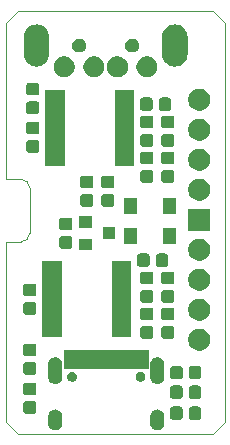
<source format=gbr>
G04 #@! TF.GenerationSoftware,KiCad,Pcbnew,(5.1.5)-3*
G04 #@! TF.CreationDate,2023-06-21T22:09:46+02:00*
G04 #@! TF.ProjectId,vkm,766b6d2e-6b69-4636-9164-5f7063625858,C*
G04 #@! TF.SameCoordinates,PX4395450PY715d7c0*
G04 #@! TF.FileFunction,Soldermask,Top*
G04 #@! TF.FilePolarity,Negative*
%FSLAX46Y46*%
G04 Gerber Fmt 4.6, Leading zero omitted, Abs format (unit mm)*
G04 Created by KiCad (PCBNEW (5.1.5)-3) date 2023-06-21 22:09:46*
%MOMM*%
%LPD*%
G04 APERTURE LIST*
%ADD10C,0.050000*%
%ADD11C,0.020000*%
G04 APERTURE END LIST*
D10*
X1016000Y37338000D02*
X0Y36322000D01*
X17526000Y37338000D02*
X18542000Y36322000D01*
X17526000Y1524000D02*
X18542000Y2540000D01*
X0Y2540000D02*
X1016000Y1524000D01*
X0Y17780000D02*
X0Y2540000D01*
X0Y23114000D02*
X0Y36322000D01*
X2032000Y18542000D02*
G75*
G02X1270000Y17780000I-762000J0D01*
G01*
X1270000Y23114000D02*
G75*
G02X2032000Y22352000I0J-762000D01*
G01*
X2032000Y18542000D02*
X2032000Y22352000D01*
X1270000Y17780000D02*
X0Y17780000D01*
X1270000Y23114000D02*
X0Y23114000D01*
X17526000Y37338000D02*
X1016000Y37338000D01*
X18542000Y2540000D02*
X18542000Y36322000D01*
X1016000Y1524000D02*
X17526000Y1524000D01*
D11*
G36*
X4304444Y3607379D02*
G01*
X4415452Y3573705D01*
X4415454Y3573704D01*
X4517754Y3519023D01*
X4517755Y3519022D01*
X4517757Y3519021D01*
X4607430Y3445430D01*
X4681021Y3355758D01*
X4681022Y3355756D01*
X4681023Y3355755D01*
X4733221Y3258100D01*
X4735705Y3253453D01*
X4769379Y3142445D01*
X4777900Y3055927D01*
X4777900Y2398073D01*
X4769379Y2311555D01*
X4735705Y2200547D01*
X4681021Y2098242D01*
X4607430Y2008570D01*
X4517758Y1934979D01*
X4517756Y1934978D01*
X4517755Y1934977D01*
X4415455Y1880296D01*
X4415453Y1880295D01*
X4304445Y1846621D01*
X4189000Y1835251D01*
X4073556Y1846621D01*
X3962548Y1880295D01*
X3962546Y1880296D01*
X3860246Y1934977D01*
X3860245Y1934978D01*
X3860243Y1934979D01*
X3770571Y2008570D01*
X3696977Y2098245D01*
X3642296Y2200545D01*
X3608621Y2311555D01*
X3600100Y2398073D01*
X3600100Y3055926D01*
X3608621Y3142444D01*
X3642296Y3253454D01*
X3696977Y3355754D01*
X3712832Y3375074D01*
X3770570Y3445430D01*
X3860242Y3519021D01*
X3860244Y3519022D01*
X3860245Y3519023D01*
X3962545Y3573704D01*
X3962547Y3573705D01*
X4073555Y3607379D01*
X4189000Y3618749D01*
X4304444Y3607379D01*
G37*
G36*
X12944444Y3607379D02*
G01*
X13055452Y3573705D01*
X13055454Y3573704D01*
X13157754Y3519023D01*
X13157755Y3519022D01*
X13157757Y3519021D01*
X13247430Y3445430D01*
X13321021Y3355758D01*
X13321022Y3355756D01*
X13321023Y3355755D01*
X13373221Y3258100D01*
X13375705Y3253453D01*
X13409379Y3142445D01*
X13417900Y3055927D01*
X13417900Y2398073D01*
X13409379Y2311555D01*
X13375705Y2200547D01*
X13321021Y2098242D01*
X13247430Y2008570D01*
X13157758Y1934979D01*
X13157756Y1934978D01*
X13157755Y1934977D01*
X13055455Y1880296D01*
X13055453Y1880295D01*
X12944445Y1846621D01*
X12829000Y1835251D01*
X12713556Y1846621D01*
X12602548Y1880295D01*
X12602546Y1880296D01*
X12500246Y1934977D01*
X12500245Y1934978D01*
X12500243Y1934979D01*
X12410571Y2008570D01*
X12336977Y2098245D01*
X12282296Y2200545D01*
X12248621Y2311555D01*
X12240100Y2398073D01*
X12240100Y3055926D01*
X12248621Y3142444D01*
X12282296Y3253454D01*
X12336977Y3355754D01*
X12352832Y3375074D01*
X12410570Y3445430D01*
X12500242Y3519021D01*
X12500244Y3519022D01*
X12500245Y3519023D01*
X12602545Y3573704D01*
X12602547Y3573705D01*
X12713555Y3607379D01*
X12829000Y3618749D01*
X12944444Y3607379D01*
G37*
G36*
X14784895Y3861059D02*
G01*
X14830058Y3847358D01*
X14871684Y3825109D01*
X14908168Y3795168D01*
X14938109Y3758684D01*
X14960358Y3717058D01*
X14974059Y3671895D01*
X14978900Y3622741D01*
X14978900Y2981259D01*
X14974059Y2932105D01*
X14960358Y2886942D01*
X14938109Y2845316D01*
X14908168Y2808832D01*
X14871684Y2778891D01*
X14830058Y2756642D01*
X14784895Y2742941D01*
X14735741Y2738100D01*
X14169259Y2738100D01*
X14120105Y2742941D01*
X14074942Y2756642D01*
X14033316Y2778891D01*
X13996832Y2808832D01*
X13966891Y2845316D01*
X13944642Y2886942D01*
X13930941Y2932105D01*
X13926100Y2981259D01*
X13926100Y3622741D01*
X13930941Y3671895D01*
X13944642Y3717058D01*
X13966891Y3758684D01*
X13996832Y3795168D01*
X14033316Y3825109D01*
X14074942Y3847358D01*
X14120105Y3861059D01*
X14169259Y3865900D01*
X14735741Y3865900D01*
X14784895Y3861059D01*
G37*
G36*
X16359895Y3861059D02*
G01*
X16405058Y3847358D01*
X16446684Y3825109D01*
X16483168Y3795168D01*
X16513109Y3758684D01*
X16535358Y3717058D01*
X16549059Y3671895D01*
X16553900Y3622741D01*
X16553900Y2981259D01*
X16549059Y2932105D01*
X16535358Y2886942D01*
X16513109Y2845316D01*
X16483168Y2808832D01*
X16446684Y2778891D01*
X16405058Y2756642D01*
X16359895Y2742941D01*
X16310741Y2738100D01*
X15744259Y2738100D01*
X15695105Y2742941D01*
X15649942Y2756642D01*
X15608316Y2778891D01*
X15571832Y2808832D01*
X15541891Y2845316D01*
X15519642Y2886942D01*
X15505941Y2932105D01*
X15501100Y2981259D01*
X15501100Y3622741D01*
X15505941Y3671895D01*
X15519642Y3717058D01*
X15541891Y3758684D01*
X15571832Y3795168D01*
X15608316Y3825109D01*
X15649942Y3847358D01*
X15695105Y3861059D01*
X15744259Y3865900D01*
X16310741Y3865900D01*
X16359895Y3861059D01*
G37*
G36*
X2401895Y4306059D02*
G01*
X2447058Y4292358D01*
X2488684Y4270109D01*
X2525168Y4240168D01*
X2555109Y4203684D01*
X2577358Y4162058D01*
X2591059Y4116895D01*
X2595900Y4067741D01*
X2595900Y3501259D01*
X2591059Y3452105D01*
X2577358Y3406942D01*
X2555109Y3365316D01*
X2525168Y3328832D01*
X2488684Y3298891D01*
X2447058Y3276642D01*
X2401895Y3262941D01*
X2352741Y3258100D01*
X1711259Y3258100D01*
X1662105Y3262941D01*
X1616942Y3276642D01*
X1575316Y3298891D01*
X1538832Y3328832D01*
X1508891Y3365316D01*
X1486642Y3406942D01*
X1472941Y3452105D01*
X1468100Y3501259D01*
X1468100Y4067741D01*
X1472941Y4116895D01*
X1486642Y4162058D01*
X1508891Y4203684D01*
X1538832Y4240168D01*
X1575316Y4270109D01*
X1616942Y4292358D01*
X1662105Y4306059D01*
X1711259Y4310900D01*
X2352741Y4310900D01*
X2401895Y4306059D01*
G37*
G36*
X16359895Y5639059D02*
G01*
X16405058Y5625358D01*
X16446684Y5603109D01*
X16483168Y5573168D01*
X16513109Y5536684D01*
X16535358Y5495058D01*
X16549059Y5449895D01*
X16553900Y5400741D01*
X16553900Y4759259D01*
X16549059Y4710105D01*
X16535358Y4664942D01*
X16513109Y4623316D01*
X16483168Y4586832D01*
X16446684Y4556891D01*
X16405058Y4534642D01*
X16359895Y4520941D01*
X16310741Y4516100D01*
X15744259Y4516100D01*
X15695105Y4520941D01*
X15649942Y4534642D01*
X15608316Y4556891D01*
X15571832Y4586832D01*
X15541891Y4623316D01*
X15519642Y4664942D01*
X15505941Y4710105D01*
X15501100Y4759259D01*
X15501100Y5400741D01*
X15505941Y5449895D01*
X15519642Y5495058D01*
X15541891Y5536684D01*
X15571832Y5573168D01*
X15608316Y5603109D01*
X15649942Y5625358D01*
X15695105Y5639059D01*
X15744259Y5643900D01*
X16310741Y5643900D01*
X16359895Y5639059D01*
G37*
G36*
X14784895Y5639059D02*
G01*
X14830058Y5625358D01*
X14871684Y5603109D01*
X14908168Y5573168D01*
X14938109Y5536684D01*
X14960358Y5495058D01*
X14974059Y5449895D01*
X14978900Y5400741D01*
X14978900Y4759259D01*
X14974059Y4710105D01*
X14960358Y4664942D01*
X14938109Y4623316D01*
X14908168Y4586832D01*
X14871684Y4556891D01*
X14830058Y4534642D01*
X14784895Y4520941D01*
X14735741Y4516100D01*
X14169259Y4516100D01*
X14120105Y4520941D01*
X14074942Y4534642D01*
X14033316Y4556891D01*
X13996832Y4586832D01*
X13966891Y4623316D01*
X13944642Y4664942D01*
X13930941Y4710105D01*
X13926100Y4759259D01*
X13926100Y5400741D01*
X13930941Y5449895D01*
X13944642Y5495058D01*
X13966891Y5536684D01*
X13996832Y5573168D01*
X14033316Y5603109D01*
X14074942Y5625358D01*
X14120105Y5639059D01*
X14169259Y5643900D01*
X14735741Y5643900D01*
X14784895Y5639059D01*
G37*
G36*
X2401895Y5881059D02*
G01*
X2447058Y5867358D01*
X2488684Y5845109D01*
X2525168Y5815168D01*
X2555109Y5778684D01*
X2577358Y5737058D01*
X2591059Y5691895D01*
X2595900Y5642741D01*
X2595900Y5076259D01*
X2591059Y5027105D01*
X2577358Y4981942D01*
X2555109Y4940316D01*
X2525168Y4903832D01*
X2488684Y4873891D01*
X2447058Y4851642D01*
X2401895Y4837941D01*
X2352741Y4833100D01*
X1711259Y4833100D01*
X1662105Y4837941D01*
X1616942Y4851642D01*
X1575316Y4873891D01*
X1538832Y4903832D01*
X1508891Y4940316D01*
X1486642Y4981942D01*
X1472941Y5027105D01*
X1468100Y5076259D01*
X1468100Y5642741D01*
X1472941Y5691895D01*
X1486642Y5737058D01*
X1508891Y5778684D01*
X1538832Y5815168D01*
X1575316Y5845109D01*
X1616942Y5867358D01*
X1662105Y5881059D01*
X1711259Y5885900D01*
X2352741Y5885900D01*
X2401895Y5881059D01*
G37*
G36*
X12944444Y8037379D02*
G01*
X13055452Y8003705D01*
X13055454Y8003704D01*
X13157754Y7949023D01*
X13157755Y7949022D01*
X13157757Y7949021D01*
X13247430Y7875430D01*
X13321021Y7785758D01*
X13321022Y7785756D01*
X13321023Y7785755D01*
X13375704Y7683455D01*
X13375705Y7683453D01*
X13409379Y7572445D01*
X13417900Y7485927D01*
X13417900Y6328073D01*
X13409379Y6241555D01*
X13375705Y6130547D01*
X13321021Y6028242D01*
X13247430Y5938570D01*
X13157758Y5864979D01*
X13157756Y5864978D01*
X13157755Y5864977D01*
X13113913Y5841543D01*
X13055453Y5810295D01*
X12944445Y5776621D01*
X12829000Y5765251D01*
X12713556Y5776621D01*
X12706755Y5778684D01*
X12602548Y5810295D01*
X12544088Y5841543D01*
X12500246Y5864977D01*
X12500245Y5864978D01*
X12500243Y5864979D01*
X12410571Y5938570D01*
X12336980Y6028242D01*
X12282296Y6130547D01*
X12248622Y6241555D01*
X12240101Y6328073D01*
X12240100Y7485926D01*
X12248621Y7572444D01*
X12282295Y7683452D01*
X12336979Y7785757D01*
X12410570Y7875430D01*
X12500242Y7949021D01*
X12500244Y7949022D01*
X12500245Y7949023D01*
X12602545Y8003704D01*
X12602547Y8003705D01*
X12713555Y8037379D01*
X12829000Y8048749D01*
X12944444Y8037379D01*
G37*
G36*
X4304444Y8037379D02*
G01*
X4415452Y8003705D01*
X4415454Y8003704D01*
X4517754Y7949023D01*
X4517755Y7949022D01*
X4517757Y7949021D01*
X4607430Y7875430D01*
X4681021Y7785758D01*
X4681022Y7785756D01*
X4681023Y7785755D01*
X4735704Y7683455D01*
X4735705Y7683453D01*
X4769379Y7572445D01*
X4777900Y7485927D01*
X4777900Y6328073D01*
X4769379Y6241555D01*
X4735705Y6130547D01*
X4681021Y6028242D01*
X4607430Y5938570D01*
X4517758Y5864979D01*
X4517756Y5864978D01*
X4517755Y5864977D01*
X4473913Y5841543D01*
X4415453Y5810295D01*
X4304445Y5776621D01*
X4189000Y5765251D01*
X4073556Y5776621D01*
X4066755Y5778684D01*
X3962548Y5810295D01*
X3904088Y5841543D01*
X3860246Y5864977D01*
X3860245Y5864978D01*
X3860243Y5864979D01*
X3770571Y5938570D01*
X3696980Y6028242D01*
X3642296Y6130547D01*
X3608622Y6241555D01*
X3600101Y6328073D01*
X3600100Y7485926D01*
X3608621Y7572444D01*
X3642295Y7683452D01*
X3696979Y7785757D01*
X3770570Y7875430D01*
X3860242Y7949021D01*
X3860244Y7949022D01*
X3860245Y7949023D01*
X3962545Y8003704D01*
X3962547Y8003705D01*
X4073555Y8037379D01*
X4189000Y8048749D01*
X4304444Y8037379D01*
G37*
G36*
X5679620Y6786951D02*
G01*
X5739728Y6774995D01*
X5739731Y6774994D01*
X5739730Y6774994D01*
X5815055Y6743794D01*
X5815056Y6743793D01*
X5882848Y6698496D01*
X5940496Y6640848D01*
X5940497Y6640846D01*
X5985794Y6573055D01*
X5991160Y6560100D01*
X6016995Y6497728D01*
X6032900Y6417765D01*
X6032900Y6336235D01*
X6016995Y6256272D01*
X6016994Y6256270D01*
X5985794Y6180945D01*
X5976543Y6167100D01*
X5940496Y6113152D01*
X5882848Y6055504D01*
X5848721Y6032701D01*
X5815055Y6010206D01*
X5756794Y5986074D01*
X5739728Y5979005D01*
X5679620Y5967049D01*
X5659766Y5963100D01*
X5578234Y5963100D01*
X5558380Y5967049D01*
X5498272Y5979005D01*
X5481206Y5986074D01*
X5422945Y6010206D01*
X5389279Y6032701D01*
X5355152Y6055504D01*
X5297504Y6113152D01*
X5261457Y6167100D01*
X5252206Y6180945D01*
X5221006Y6256270D01*
X5221005Y6256272D01*
X5205100Y6336235D01*
X5205100Y6417765D01*
X5221005Y6497728D01*
X5246840Y6560100D01*
X5252206Y6573055D01*
X5297503Y6640846D01*
X5297504Y6640848D01*
X5355152Y6698496D01*
X5422944Y6743793D01*
X5422945Y6743794D01*
X5498270Y6774994D01*
X5498269Y6774994D01*
X5498272Y6774995D01*
X5558380Y6786951D01*
X5578234Y6790900D01*
X5659766Y6790900D01*
X5679620Y6786951D01*
G37*
G36*
X11459620Y6786951D02*
G01*
X11519728Y6774995D01*
X11519731Y6774994D01*
X11519730Y6774994D01*
X11595055Y6743794D01*
X11595056Y6743793D01*
X11662848Y6698496D01*
X11720496Y6640848D01*
X11720497Y6640846D01*
X11765794Y6573055D01*
X11771160Y6560100D01*
X11796995Y6497728D01*
X11812900Y6417765D01*
X11812900Y6336235D01*
X11796995Y6256272D01*
X11796994Y6256270D01*
X11765794Y6180945D01*
X11756543Y6167100D01*
X11720496Y6113152D01*
X11662848Y6055504D01*
X11628721Y6032701D01*
X11595055Y6010206D01*
X11536794Y5986074D01*
X11519728Y5979005D01*
X11459620Y5967049D01*
X11439766Y5963100D01*
X11358234Y5963100D01*
X11338380Y5967049D01*
X11278272Y5979005D01*
X11261206Y5986074D01*
X11202945Y6010206D01*
X11169279Y6032701D01*
X11135152Y6055504D01*
X11077504Y6113152D01*
X11041457Y6167100D01*
X11032206Y6180945D01*
X11001006Y6256270D01*
X11001005Y6256272D01*
X10985100Y6336235D01*
X10985100Y6417765D01*
X11001005Y6497728D01*
X11026840Y6560100D01*
X11032206Y6573055D01*
X11077503Y6640846D01*
X11077504Y6640848D01*
X11135152Y6698496D01*
X11202944Y6743793D01*
X11202945Y6743794D01*
X11278270Y6774994D01*
X11278269Y6774994D01*
X11278272Y6774995D01*
X11338380Y6786951D01*
X11358234Y6790900D01*
X11439766Y6790900D01*
X11459620Y6786951D01*
G37*
G36*
X16359895Y7290059D02*
G01*
X16405058Y7276358D01*
X16446684Y7254109D01*
X16483168Y7224168D01*
X16513109Y7187684D01*
X16535358Y7146058D01*
X16549059Y7100895D01*
X16553900Y7051741D01*
X16553900Y6410259D01*
X16549059Y6361105D01*
X16535358Y6315942D01*
X16513109Y6274316D01*
X16483168Y6237832D01*
X16446684Y6207891D01*
X16405058Y6185642D01*
X16359895Y6171941D01*
X16310741Y6167100D01*
X15744259Y6167100D01*
X15695105Y6171941D01*
X15649942Y6185642D01*
X15608316Y6207891D01*
X15571832Y6237832D01*
X15541891Y6274316D01*
X15519642Y6315942D01*
X15505941Y6361105D01*
X15501100Y6410259D01*
X15501100Y7051741D01*
X15505941Y7100895D01*
X15519642Y7146058D01*
X15541891Y7187684D01*
X15571832Y7224168D01*
X15608316Y7254109D01*
X15649942Y7276358D01*
X15695105Y7290059D01*
X15744259Y7294900D01*
X16310741Y7294900D01*
X16359895Y7290059D01*
G37*
G36*
X14784895Y7290059D02*
G01*
X14830058Y7276358D01*
X14871684Y7254109D01*
X14908168Y7224168D01*
X14938109Y7187684D01*
X14960358Y7146058D01*
X14974059Y7100895D01*
X14978900Y7051741D01*
X14978900Y6410259D01*
X14974059Y6361105D01*
X14960358Y6315942D01*
X14938109Y6274316D01*
X14908168Y6237832D01*
X14871684Y6207891D01*
X14830058Y6185642D01*
X14784895Y6171941D01*
X14735741Y6167100D01*
X14169259Y6167100D01*
X14120105Y6171941D01*
X14074942Y6185642D01*
X14033316Y6207891D01*
X13996832Y6237832D01*
X13966891Y6274316D01*
X13944642Y6315942D01*
X13930941Y6361105D01*
X13926100Y6410259D01*
X13926100Y7051741D01*
X13930941Y7100895D01*
X13944642Y7146058D01*
X13966891Y7187684D01*
X13996832Y7224168D01*
X14033316Y7254109D01*
X14074942Y7276358D01*
X14120105Y7290059D01*
X14169259Y7294900D01*
X14735741Y7294900D01*
X14784895Y7290059D01*
G37*
G36*
X2401895Y7608059D02*
G01*
X2447058Y7594358D01*
X2488684Y7572109D01*
X2525168Y7542168D01*
X2555109Y7505684D01*
X2577358Y7464058D01*
X2591059Y7418895D01*
X2595900Y7369741D01*
X2595900Y6803259D01*
X2591059Y6754105D01*
X2577358Y6708942D01*
X2555109Y6667316D01*
X2525168Y6630832D01*
X2488684Y6600891D01*
X2447058Y6578642D01*
X2401895Y6564941D01*
X2352741Y6560100D01*
X1711259Y6560100D01*
X1662105Y6564941D01*
X1616942Y6578642D01*
X1575316Y6600891D01*
X1538832Y6630832D01*
X1508891Y6667316D01*
X1486642Y6708942D01*
X1472941Y6754105D01*
X1468100Y6803259D01*
X1468100Y7369741D01*
X1472941Y7418895D01*
X1486642Y7464058D01*
X1508891Y7505684D01*
X1538832Y7542168D01*
X1575316Y7572109D01*
X1616942Y7594358D01*
X1662105Y7608059D01*
X1711259Y7612900D01*
X2352741Y7612900D01*
X2401895Y7608059D01*
G37*
G36*
X12122900Y7008100D02*
G01*
X4895100Y7008100D01*
X4895100Y8635900D01*
X12122900Y8635900D01*
X12122900Y7008100D01*
G37*
G36*
X2401895Y9183059D02*
G01*
X2447058Y9169358D01*
X2488684Y9147109D01*
X2525168Y9117168D01*
X2555109Y9080684D01*
X2577358Y9039058D01*
X2591059Y8993895D01*
X2595900Y8944741D01*
X2595900Y8378259D01*
X2591059Y8329105D01*
X2577358Y8283942D01*
X2555109Y8242316D01*
X2525168Y8205832D01*
X2488684Y8175891D01*
X2447058Y8153642D01*
X2401895Y8139941D01*
X2352741Y8135100D01*
X1711259Y8135100D01*
X1662105Y8139941D01*
X1616942Y8153642D01*
X1575316Y8175891D01*
X1538832Y8205832D01*
X1508891Y8242316D01*
X1486642Y8283942D01*
X1472941Y8329105D01*
X1468100Y8378259D01*
X1468100Y8944741D01*
X1472941Y8993895D01*
X1486642Y9039058D01*
X1508891Y9080684D01*
X1538832Y9117168D01*
X1575316Y9147109D01*
X1616942Y9169358D01*
X1662105Y9183059D01*
X1711259Y9187900D01*
X2352741Y9187900D01*
X2401895Y9183059D01*
G37*
G36*
X16656867Y10427819D02*
G01*
X16827736Y10357042D01*
X16981514Y10254291D01*
X17112291Y10123514D01*
X17215042Y9969736D01*
X17285819Y9798867D01*
X17321900Y9617474D01*
X17321900Y9432526D01*
X17285819Y9251133D01*
X17215042Y9080264D01*
X17112291Y8926486D01*
X16981514Y8795709D01*
X16827736Y8692958D01*
X16656867Y8622181D01*
X16475474Y8586100D01*
X16290526Y8586100D01*
X16109133Y8622181D01*
X15938264Y8692958D01*
X15784486Y8795709D01*
X15653709Y8926486D01*
X15550958Y9080264D01*
X15480181Y9251133D01*
X15444100Y9432526D01*
X15444100Y9617474D01*
X15480181Y9798867D01*
X15550958Y9969736D01*
X15653709Y10123514D01*
X15784486Y10254291D01*
X15938264Y10357042D01*
X16109133Y10427819D01*
X16290526Y10463900D01*
X16475474Y10463900D01*
X16656867Y10427819D01*
G37*
G36*
X14085895Y10656059D02*
G01*
X14131058Y10642358D01*
X14172684Y10620109D01*
X14209168Y10590168D01*
X14239109Y10553684D01*
X14261358Y10512058D01*
X14275059Y10466895D01*
X14279900Y10417741D01*
X14279900Y9851259D01*
X14275059Y9802105D01*
X14261358Y9756942D01*
X14239109Y9715316D01*
X14209168Y9678832D01*
X14172684Y9648891D01*
X14131058Y9626642D01*
X14085895Y9612941D01*
X14036741Y9608100D01*
X13395259Y9608100D01*
X13346105Y9612941D01*
X13300942Y9626642D01*
X13259316Y9648891D01*
X13222832Y9678832D01*
X13192891Y9715316D01*
X13170642Y9756942D01*
X13156941Y9802105D01*
X13152100Y9851259D01*
X13152100Y10417741D01*
X13156941Y10466895D01*
X13170642Y10512058D01*
X13192891Y10553684D01*
X13222832Y10590168D01*
X13259316Y10620109D01*
X13300942Y10642358D01*
X13346105Y10656059D01*
X13395259Y10660900D01*
X14036741Y10660900D01*
X14085895Y10656059D01*
G37*
G36*
X12307895Y10656059D02*
G01*
X12353058Y10642358D01*
X12394684Y10620109D01*
X12431168Y10590168D01*
X12461109Y10553684D01*
X12483358Y10512058D01*
X12497059Y10466895D01*
X12501900Y10417741D01*
X12501900Y9851259D01*
X12497059Y9802105D01*
X12483358Y9756942D01*
X12461109Y9715316D01*
X12431168Y9678832D01*
X12394684Y9648891D01*
X12353058Y9626642D01*
X12307895Y9612941D01*
X12258741Y9608100D01*
X11617259Y9608100D01*
X11568105Y9612941D01*
X11522942Y9626642D01*
X11481316Y9648891D01*
X11444832Y9678832D01*
X11414891Y9715316D01*
X11392642Y9756942D01*
X11378941Y9802105D01*
X11374100Y9851259D01*
X11374100Y10417741D01*
X11378941Y10466895D01*
X11392642Y10512058D01*
X11414891Y10553684D01*
X11444832Y10590168D01*
X11481316Y10620109D01*
X11522942Y10642358D01*
X11568105Y10656059D01*
X11617259Y10660900D01*
X12258741Y10660900D01*
X12307895Y10656059D01*
G37*
G36*
X4721900Y9715100D02*
G01*
X3094100Y9715100D01*
X3094100Y16192900D01*
X4721900Y16192900D01*
X4721900Y9715100D01*
G37*
G36*
X10621900Y9715100D02*
G01*
X8994100Y9715100D01*
X8994100Y16192900D01*
X10621900Y16192900D01*
X10621900Y9715100D01*
G37*
G36*
X16656867Y12967819D02*
G01*
X16827736Y12897042D01*
X16981514Y12794291D01*
X17112291Y12663514D01*
X17215042Y12509736D01*
X17285819Y12338867D01*
X17321900Y12157474D01*
X17321900Y11972526D01*
X17285819Y11791133D01*
X17215042Y11620264D01*
X17112291Y11466486D01*
X16981514Y11335709D01*
X16827736Y11232958D01*
X16656867Y11162181D01*
X16475474Y11126100D01*
X16290526Y11126100D01*
X16109133Y11162181D01*
X15938264Y11232958D01*
X15784486Y11335709D01*
X15653709Y11466486D01*
X15550958Y11620264D01*
X15480181Y11791133D01*
X15444100Y11972526D01*
X15444100Y12157474D01*
X15480181Y12338867D01*
X15550958Y12509736D01*
X15653709Y12663514D01*
X15784486Y12794291D01*
X15938264Y12897042D01*
X16109133Y12967819D01*
X16290526Y13003900D01*
X16475474Y13003900D01*
X16656867Y12967819D01*
G37*
G36*
X12307895Y12231059D02*
G01*
X12353058Y12217358D01*
X12394684Y12195109D01*
X12431168Y12165168D01*
X12461109Y12128684D01*
X12483358Y12087058D01*
X12497059Y12041895D01*
X12501900Y11992741D01*
X12501900Y11426259D01*
X12497059Y11377105D01*
X12483358Y11331942D01*
X12461109Y11290316D01*
X12431168Y11253832D01*
X12394684Y11223891D01*
X12353058Y11201642D01*
X12307895Y11187941D01*
X12258741Y11183100D01*
X11617259Y11183100D01*
X11568105Y11187941D01*
X11522942Y11201642D01*
X11481316Y11223891D01*
X11444832Y11253832D01*
X11414891Y11290316D01*
X11392642Y11331942D01*
X11378941Y11377105D01*
X11374100Y11426259D01*
X11374100Y11992741D01*
X11378941Y12041895D01*
X11392642Y12087058D01*
X11414891Y12128684D01*
X11444832Y12165168D01*
X11481316Y12195109D01*
X11522942Y12217358D01*
X11568105Y12231059D01*
X11617259Y12235900D01*
X12258741Y12235900D01*
X12307895Y12231059D01*
G37*
G36*
X14085895Y12231059D02*
G01*
X14131058Y12217358D01*
X14172684Y12195109D01*
X14209168Y12165168D01*
X14239109Y12128684D01*
X14261358Y12087058D01*
X14275059Y12041895D01*
X14279900Y11992741D01*
X14279900Y11426259D01*
X14275059Y11377105D01*
X14261358Y11331942D01*
X14239109Y11290316D01*
X14209168Y11253832D01*
X14172684Y11223891D01*
X14131058Y11201642D01*
X14085895Y11187941D01*
X14036741Y11183100D01*
X13395259Y11183100D01*
X13346105Y11187941D01*
X13300942Y11201642D01*
X13259316Y11223891D01*
X13222832Y11253832D01*
X13192891Y11290316D01*
X13170642Y11331942D01*
X13156941Y11377105D01*
X13152100Y11426259D01*
X13152100Y11992741D01*
X13156941Y12041895D01*
X13170642Y12087058D01*
X13192891Y12128684D01*
X13222832Y12165168D01*
X13259316Y12195109D01*
X13300942Y12217358D01*
X13346105Y12231059D01*
X13395259Y12235900D01*
X14036741Y12235900D01*
X14085895Y12231059D01*
G37*
G36*
X2401895Y12688059D02*
G01*
X2447058Y12674358D01*
X2488684Y12652109D01*
X2525168Y12622168D01*
X2555109Y12585684D01*
X2577358Y12544058D01*
X2591059Y12498895D01*
X2595900Y12449741D01*
X2595900Y11883259D01*
X2591059Y11834105D01*
X2577358Y11788942D01*
X2555109Y11747316D01*
X2525168Y11710832D01*
X2488684Y11680891D01*
X2447058Y11658642D01*
X2401895Y11644941D01*
X2352741Y11640100D01*
X1711259Y11640100D01*
X1662105Y11644941D01*
X1616942Y11658642D01*
X1575316Y11680891D01*
X1538832Y11710832D01*
X1508891Y11747316D01*
X1486642Y11788942D01*
X1472941Y11834105D01*
X1468100Y11883259D01*
X1468100Y12449741D01*
X1472941Y12498895D01*
X1486642Y12544058D01*
X1508891Y12585684D01*
X1538832Y12622168D01*
X1575316Y12652109D01*
X1616942Y12674358D01*
X1662105Y12688059D01*
X1711259Y12692900D01*
X2352741Y12692900D01*
X2401895Y12688059D01*
G37*
G36*
X14085895Y13704059D02*
G01*
X14131058Y13690358D01*
X14172684Y13668109D01*
X14209168Y13638168D01*
X14239109Y13601684D01*
X14261358Y13560058D01*
X14275059Y13514895D01*
X14279900Y13465741D01*
X14279900Y12899259D01*
X14275059Y12850105D01*
X14261358Y12804942D01*
X14239109Y12763316D01*
X14209168Y12726832D01*
X14172684Y12696891D01*
X14131058Y12674642D01*
X14085895Y12660941D01*
X14036741Y12656100D01*
X13395259Y12656100D01*
X13346105Y12660941D01*
X13300942Y12674642D01*
X13259316Y12696891D01*
X13222832Y12726832D01*
X13192891Y12763316D01*
X13170642Y12804942D01*
X13156941Y12850105D01*
X13152100Y12899259D01*
X13152100Y13465741D01*
X13156941Y13514895D01*
X13170642Y13560058D01*
X13192891Y13601684D01*
X13222832Y13638168D01*
X13259316Y13668109D01*
X13300942Y13690358D01*
X13346105Y13704059D01*
X13395259Y13708900D01*
X14036741Y13708900D01*
X14085895Y13704059D01*
G37*
G36*
X12307895Y13704059D02*
G01*
X12353058Y13690358D01*
X12394684Y13668109D01*
X12431168Y13638168D01*
X12461109Y13601684D01*
X12483358Y13560058D01*
X12497059Y13514895D01*
X12501900Y13465741D01*
X12501900Y12899259D01*
X12497059Y12850105D01*
X12483358Y12804942D01*
X12461109Y12763316D01*
X12431168Y12726832D01*
X12394684Y12696891D01*
X12353058Y12674642D01*
X12307895Y12660941D01*
X12258741Y12656100D01*
X11617259Y12656100D01*
X11568105Y12660941D01*
X11522942Y12674642D01*
X11481316Y12696891D01*
X11444832Y12726832D01*
X11414891Y12763316D01*
X11392642Y12804942D01*
X11378941Y12850105D01*
X11374100Y12899259D01*
X11374100Y13465741D01*
X11378941Y13514895D01*
X11392642Y13560058D01*
X11414891Y13601684D01*
X11444832Y13638168D01*
X11481316Y13668109D01*
X11522942Y13690358D01*
X11568105Y13704059D01*
X11617259Y13708900D01*
X12258741Y13708900D01*
X12307895Y13704059D01*
G37*
G36*
X2401895Y14263059D02*
G01*
X2447058Y14249358D01*
X2488684Y14227109D01*
X2525168Y14197168D01*
X2555109Y14160684D01*
X2577358Y14119058D01*
X2591059Y14073895D01*
X2595900Y14024741D01*
X2595900Y13458259D01*
X2591059Y13409105D01*
X2577358Y13363942D01*
X2555109Y13322316D01*
X2525168Y13285832D01*
X2488684Y13255891D01*
X2447058Y13233642D01*
X2401895Y13219941D01*
X2352741Y13215100D01*
X1711259Y13215100D01*
X1662105Y13219941D01*
X1616942Y13233642D01*
X1575316Y13255891D01*
X1538832Y13285832D01*
X1508891Y13322316D01*
X1486642Y13363942D01*
X1472941Y13409105D01*
X1468100Y13458259D01*
X1468100Y14024741D01*
X1472941Y14073895D01*
X1486642Y14119058D01*
X1508891Y14160684D01*
X1538832Y14197168D01*
X1575316Y14227109D01*
X1616942Y14249358D01*
X1662105Y14263059D01*
X1711259Y14267900D01*
X2352741Y14267900D01*
X2401895Y14263059D01*
G37*
G36*
X16656867Y15507819D02*
G01*
X16827736Y15437042D01*
X16981514Y15334291D01*
X17112291Y15203514D01*
X17215042Y15049736D01*
X17285819Y14878867D01*
X17321900Y14697474D01*
X17321900Y14512526D01*
X17285819Y14331133D01*
X17215042Y14160264D01*
X17112291Y14006486D01*
X16981514Y13875709D01*
X16827736Y13772958D01*
X16656867Y13702181D01*
X16475474Y13666100D01*
X16290526Y13666100D01*
X16109133Y13702181D01*
X15938264Y13772958D01*
X15784486Y13875709D01*
X15653709Y14006486D01*
X15550958Y14160264D01*
X15480181Y14331133D01*
X15444100Y14512526D01*
X15444100Y14697474D01*
X15480181Y14878867D01*
X15550958Y15049736D01*
X15653709Y15203514D01*
X15784486Y15334291D01*
X15938264Y15437042D01*
X16109133Y15507819D01*
X16290526Y15543900D01*
X16475474Y15543900D01*
X16656867Y15507819D01*
G37*
G36*
X14085895Y15279059D02*
G01*
X14131058Y15265358D01*
X14172684Y15243109D01*
X14209168Y15213168D01*
X14239109Y15176684D01*
X14261358Y15135058D01*
X14275059Y15089895D01*
X14279900Y15040741D01*
X14279900Y14474259D01*
X14275059Y14425105D01*
X14261358Y14379942D01*
X14239109Y14338316D01*
X14209168Y14301832D01*
X14172684Y14271891D01*
X14131058Y14249642D01*
X14085895Y14235941D01*
X14036741Y14231100D01*
X13395259Y14231100D01*
X13346105Y14235941D01*
X13300942Y14249642D01*
X13259316Y14271891D01*
X13222832Y14301832D01*
X13192891Y14338316D01*
X13170642Y14379942D01*
X13156941Y14425105D01*
X13152100Y14474259D01*
X13152100Y15040741D01*
X13156941Y15089895D01*
X13170642Y15135058D01*
X13192891Y15176684D01*
X13222832Y15213168D01*
X13259316Y15243109D01*
X13300942Y15265358D01*
X13346105Y15279059D01*
X13395259Y15283900D01*
X14036741Y15283900D01*
X14085895Y15279059D01*
G37*
G36*
X12307895Y15279059D02*
G01*
X12353058Y15265358D01*
X12394684Y15243109D01*
X12431168Y15213168D01*
X12461109Y15176684D01*
X12483358Y15135058D01*
X12497059Y15089895D01*
X12501900Y15040741D01*
X12501900Y14474259D01*
X12497059Y14425105D01*
X12483358Y14379942D01*
X12461109Y14338316D01*
X12431168Y14301832D01*
X12394684Y14271891D01*
X12353058Y14249642D01*
X12307895Y14235941D01*
X12258741Y14231100D01*
X11617259Y14231100D01*
X11568105Y14235941D01*
X11522942Y14249642D01*
X11481316Y14271891D01*
X11444832Y14301832D01*
X11414891Y14338316D01*
X11392642Y14379942D01*
X11378941Y14425105D01*
X11374100Y14474259D01*
X11374100Y15040741D01*
X11378941Y15089895D01*
X11392642Y15135058D01*
X11414891Y15176684D01*
X11444832Y15213168D01*
X11481316Y15243109D01*
X11522942Y15265358D01*
X11568105Y15279059D01*
X11617259Y15283900D01*
X12258741Y15283900D01*
X12307895Y15279059D01*
G37*
G36*
X13565895Y16815059D02*
G01*
X13611058Y16801358D01*
X13652684Y16779109D01*
X13689168Y16749168D01*
X13719109Y16712684D01*
X13741358Y16671058D01*
X13755059Y16625895D01*
X13759900Y16576741D01*
X13759900Y15935259D01*
X13755059Y15886105D01*
X13741358Y15840942D01*
X13719109Y15799316D01*
X13689168Y15762832D01*
X13652684Y15732891D01*
X13611058Y15710642D01*
X13565895Y15696941D01*
X13516741Y15692100D01*
X12950259Y15692100D01*
X12901105Y15696941D01*
X12855942Y15710642D01*
X12814316Y15732891D01*
X12777832Y15762832D01*
X12747891Y15799316D01*
X12725642Y15840942D01*
X12711941Y15886105D01*
X12707100Y15935259D01*
X12707100Y16576741D01*
X12711941Y16625895D01*
X12725642Y16671058D01*
X12747891Y16712684D01*
X12777832Y16749168D01*
X12814316Y16779109D01*
X12855942Y16801358D01*
X12901105Y16815059D01*
X12950259Y16819900D01*
X13516741Y16819900D01*
X13565895Y16815059D01*
G37*
G36*
X11990895Y16815059D02*
G01*
X12036058Y16801358D01*
X12077684Y16779109D01*
X12114168Y16749168D01*
X12144109Y16712684D01*
X12166358Y16671058D01*
X12180059Y16625895D01*
X12184900Y16576741D01*
X12184900Y15935259D01*
X12180059Y15886105D01*
X12166358Y15840942D01*
X12144109Y15799316D01*
X12114168Y15762832D01*
X12077684Y15732891D01*
X12036058Y15710642D01*
X11990895Y15696941D01*
X11941741Y15692100D01*
X11375259Y15692100D01*
X11326105Y15696941D01*
X11280942Y15710642D01*
X11239316Y15732891D01*
X11202832Y15762832D01*
X11172891Y15799316D01*
X11150642Y15840942D01*
X11136941Y15886105D01*
X11132100Y15935259D01*
X11132100Y16576741D01*
X11136941Y16625895D01*
X11150642Y16671058D01*
X11172891Y16712684D01*
X11202832Y16749168D01*
X11239316Y16779109D01*
X11280942Y16801358D01*
X11326105Y16815059D01*
X11375259Y16819900D01*
X11941741Y16819900D01*
X11990895Y16815059D01*
G37*
G36*
X16656867Y18047819D02*
G01*
X16827736Y17977042D01*
X16981514Y17874291D01*
X17112291Y17743514D01*
X17215042Y17589736D01*
X17285819Y17418867D01*
X17321900Y17237474D01*
X17321900Y17052526D01*
X17285819Y16871133D01*
X17215042Y16700264D01*
X17112291Y16546486D01*
X16981514Y16415709D01*
X16827736Y16312958D01*
X16656867Y16242181D01*
X16475474Y16206100D01*
X16290526Y16206100D01*
X16109133Y16242181D01*
X15938264Y16312958D01*
X15784486Y16415709D01*
X15653709Y16546486D01*
X15550958Y16700264D01*
X15480181Y16871133D01*
X15444100Y17052526D01*
X15444100Y17237474D01*
X15480181Y17418867D01*
X15550958Y17589736D01*
X15653709Y17743514D01*
X15784486Y17874291D01*
X15938264Y17977042D01*
X16109133Y18047819D01*
X16290526Y18083900D01*
X16475474Y18083900D01*
X16656867Y18047819D01*
G37*
G36*
X7285900Y17103100D02*
G01*
X6208100Y17103100D01*
X6208100Y18080900D01*
X7285900Y18080900D01*
X7285900Y17103100D01*
G37*
G36*
X5449895Y18276059D02*
G01*
X5495058Y18262358D01*
X5536684Y18240109D01*
X5573168Y18210168D01*
X5603109Y18173684D01*
X5625358Y18132058D01*
X5639059Y18086895D01*
X5643900Y18037741D01*
X5643900Y17471259D01*
X5639059Y17422105D01*
X5625358Y17376942D01*
X5603109Y17335316D01*
X5573168Y17298832D01*
X5536684Y17268891D01*
X5495058Y17246642D01*
X5449895Y17232941D01*
X5400741Y17228100D01*
X4759259Y17228100D01*
X4710105Y17232941D01*
X4664942Y17246642D01*
X4623316Y17268891D01*
X4586832Y17298832D01*
X4556891Y17335316D01*
X4534642Y17376942D01*
X4520941Y17422105D01*
X4516100Y17471259D01*
X4516100Y18037741D01*
X4520941Y18086895D01*
X4534642Y18132058D01*
X4556891Y18173684D01*
X4586832Y18210168D01*
X4623316Y18240109D01*
X4664942Y18262358D01*
X4710105Y18276059D01*
X4759259Y18280900D01*
X5400741Y18280900D01*
X5449895Y18276059D01*
G37*
G36*
X14380900Y17599100D02*
G01*
X13303100Y17599100D01*
X13303100Y18976900D01*
X14380900Y18976900D01*
X14380900Y17599100D01*
G37*
G36*
X11080900Y17599100D02*
G01*
X10003100Y17599100D01*
X10003100Y18976900D01*
X11080900Y18976900D01*
X11080900Y17599100D01*
G37*
G36*
X9285900Y18053100D02*
G01*
X8208100Y18053100D01*
X8208100Y19030900D01*
X9285900Y19030900D01*
X9285900Y18053100D01*
G37*
G36*
X17321900Y18746100D02*
G01*
X15444100Y18746100D01*
X15444100Y20623900D01*
X17321900Y20623900D01*
X17321900Y18746100D01*
G37*
G36*
X5449895Y19851059D02*
G01*
X5495058Y19837358D01*
X5536684Y19815109D01*
X5573168Y19785168D01*
X5603109Y19748684D01*
X5625358Y19707058D01*
X5639059Y19661895D01*
X5643900Y19612741D01*
X5643900Y19046259D01*
X5639059Y18997105D01*
X5625358Y18951942D01*
X5603109Y18910316D01*
X5573168Y18873832D01*
X5536684Y18843891D01*
X5495058Y18821642D01*
X5449895Y18807941D01*
X5400741Y18803100D01*
X4759259Y18803100D01*
X4710105Y18807941D01*
X4664942Y18821642D01*
X4623316Y18843891D01*
X4586832Y18873832D01*
X4556891Y18910316D01*
X4534642Y18951942D01*
X4520941Y18997105D01*
X4516100Y19046259D01*
X4516100Y19612741D01*
X4520941Y19661895D01*
X4534642Y19707058D01*
X4556891Y19748684D01*
X4586832Y19785168D01*
X4623316Y19815109D01*
X4664942Y19837358D01*
X4710105Y19851059D01*
X4759259Y19855900D01*
X5400741Y19855900D01*
X5449895Y19851059D01*
G37*
G36*
X7285900Y19003100D02*
G01*
X6208100Y19003100D01*
X6208100Y19980900D01*
X7285900Y19980900D01*
X7285900Y19003100D01*
G37*
G36*
X14380900Y20139100D02*
G01*
X13303100Y20139100D01*
X13303100Y21516900D01*
X14380900Y21516900D01*
X14380900Y20139100D01*
G37*
G36*
X11080900Y20139100D02*
G01*
X10003100Y20139100D01*
X10003100Y21516900D01*
X11080900Y21516900D01*
X11080900Y20139100D01*
G37*
G36*
X7227895Y21832059D02*
G01*
X7273058Y21818358D01*
X7314684Y21796109D01*
X7351168Y21766168D01*
X7381109Y21729684D01*
X7403358Y21688058D01*
X7417059Y21642895D01*
X7421900Y21593741D01*
X7421900Y21027259D01*
X7417059Y20978105D01*
X7403358Y20932942D01*
X7381109Y20891316D01*
X7351168Y20854832D01*
X7314684Y20824891D01*
X7273058Y20802642D01*
X7227895Y20788941D01*
X7178741Y20784100D01*
X6537259Y20784100D01*
X6488105Y20788941D01*
X6442942Y20802642D01*
X6401316Y20824891D01*
X6364832Y20854832D01*
X6334891Y20891316D01*
X6312642Y20932942D01*
X6298941Y20978105D01*
X6294100Y21027259D01*
X6294100Y21593741D01*
X6298941Y21642895D01*
X6312642Y21688058D01*
X6334891Y21729684D01*
X6364832Y21766168D01*
X6401316Y21796109D01*
X6442942Y21818358D01*
X6488105Y21832059D01*
X6537259Y21836900D01*
X7178741Y21836900D01*
X7227895Y21832059D01*
G37*
G36*
X9005895Y21832059D02*
G01*
X9051058Y21818358D01*
X9092684Y21796109D01*
X9129168Y21766168D01*
X9159109Y21729684D01*
X9181358Y21688058D01*
X9195059Y21642895D01*
X9199900Y21593741D01*
X9199900Y21027259D01*
X9195059Y20978105D01*
X9181358Y20932942D01*
X9159109Y20891316D01*
X9129168Y20854832D01*
X9092684Y20824891D01*
X9051058Y20802642D01*
X9005895Y20788941D01*
X8956741Y20784100D01*
X8315259Y20784100D01*
X8266105Y20788941D01*
X8220942Y20802642D01*
X8179316Y20824891D01*
X8142832Y20854832D01*
X8112891Y20891316D01*
X8090642Y20932942D01*
X8076941Y20978105D01*
X8072100Y21027259D01*
X8072100Y21593741D01*
X8076941Y21642895D01*
X8090642Y21688058D01*
X8112891Y21729684D01*
X8142832Y21766168D01*
X8179316Y21796109D01*
X8220942Y21818358D01*
X8266105Y21832059D01*
X8315259Y21836900D01*
X8956741Y21836900D01*
X9005895Y21832059D01*
G37*
G36*
X16656867Y23127819D02*
G01*
X16827736Y23057042D01*
X16981514Y22954291D01*
X17112291Y22823514D01*
X17215042Y22669736D01*
X17285819Y22498867D01*
X17321900Y22317474D01*
X17321900Y22132526D01*
X17285819Y21951133D01*
X17215042Y21780264D01*
X17112291Y21626486D01*
X16981514Y21495709D01*
X16827736Y21392958D01*
X16656867Y21322181D01*
X16475474Y21286100D01*
X16290526Y21286100D01*
X16109133Y21322181D01*
X15938264Y21392958D01*
X15784486Y21495709D01*
X15653709Y21626486D01*
X15550958Y21780264D01*
X15480181Y21951133D01*
X15444100Y22132526D01*
X15444100Y22317474D01*
X15480181Y22498867D01*
X15550958Y22669736D01*
X15653709Y22823514D01*
X15784486Y22954291D01*
X15938264Y23057042D01*
X16109133Y23127819D01*
X16290526Y23163900D01*
X16475474Y23163900D01*
X16656867Y23127819D01*
G37*
G36*
X9005895Y23407059D02*
G01*
X9051058Y23393358D01*
X9092684Y23371109D01*
X9129168Y23341168D01*
X9159109Y23304684D01*
X9181358Y23263058D01*
X9195059Y23217895D01*
X9199900Y23168741D01*
X9199900Y22602259D01*
X9195059Y22553105D01*
X9181358Y22507942D01*
X9159109Y22466316D01*
X9129168Y22429832D01*
X9092684Y22399891D01*
X9051058Y22377642D01*
X9005895Y22363941D01*
X8956741Y22359100D01*
X8315259Y22359100D01*
X8266105Y22363941D01*
X8220942Y22377642D01*
X8179316Y22399891D01*
X8142832Y22429832D01*
X8112891Y22466316D01*
X8090642Y22507942D01*
X8076941Y22553105D01*
X8072100Y22602259D01*
X8072100Y23168741D01*
X8076941Y23217895D01*
X8090642Y23263058D01*
X8112891Y23304684D01*
X8142832Y23341168D01*
X8179316Y23371109D01*
X8220942Y23393358D01*
X8266105Y23407059D01*
X8315259Y23411900D01*
X8956741Y23411900D01*
X9005895Y23407059D01*
G37*
G36*
X7227895Y23407059D02*
G01*
X7273058Y23393358D01*
X7314684Y23371109D01*
X7351168Y23341168D01*
X7381109Y23304684D01*
X7403358Y23263058D01*
X7417059Y23217895D01*
X7421900Y23168741D01*
X7421900Y22602259D01*
X7417059Y22553105D01*
X7403358Y22507942D01*
X7381109Y22466316D01*
X7351168Y22429832D01*
X7314684Y22399891D01*
X7273058Y22377642D01*
X7227895Y22363941D01*
X7178741Y22359100D01*
X6537259Y22359100D01*
X6488105Y22363941D01*
X6442942Y22377642D01*
X6401316Y22399891D01*
X6364832Y22429832D01*
X6334891Y22466316D01*
X6312642Y22507942D01*
X6298941Y22553105D01*
X6294100Y22602259D01*
X6294100Y23168741D01*
X6298941Y23217895D01*
X6312642Y23263058D01*
X6334891Y23304684D01*
X6364832Y23341168D01*
X6401316Y23371109D01*
X6442942Y23393358D01*
X6488105Y23407059D01*
X6537259Y23411900D01*
X7178741Y23411900D01*
X7227895Y23407059D01*
G37*
G36*
X14085895Y23864059D02*
G01*
X14131058Y23850358D01*
X14172684Y23828109D01*
X14209168Y23798168D01*
X14239109Y23761684D01*
X14261358Y23720058D01*
X14275059Y23674895D01*
X14279900Y23625741D01*
X14279900Y23059259D01*
X14275059Y23010105D01*
X14261358Y22964942D01*
X14239109Y22923316D01*
X14209168Y22886832D01*
X14172684Y22856891D01*
X14131058Y22834642D01*
X14085895Y22820941D01*
X14036741Y22816100D01*
X13395259Y22816100D01*
X13346105Y22820941D01*
X13300942Y22834642D01*
X13259316Y22856891D01*
X13222832Y22886832D01*
X13192891Y22923316D01*
X13170642Y22964942D01*
X13156941Y23010105D01*
X13152100Y23059259D01*
X13152100Y23625741D01*
X13156941Y23674895D01*
X13170642Y23720058D01*
X13192891Y23761684D01*
X13222832Y23798168D01*
X13259316Y23828109D01*
X13300942Y23850358D01*
X13346105Y23864059D01*
X13395259Y23868900D01*
X14036741Y23868900D01*
X14085895Y23864059D01*
G37*
G36*
X12307895Y23864059D02*
G01*
X12353058Y23850358D01*
X12394684Y23828109D01*
X12431168Y23798168D01*
X12461109Y23761684D01*
X12483358Y23720058D01*
X12497059Y23674895D01*
X12501900Y23625741D01*
X12501900Y23059259D01*
X12497059Y23010105D01*
X12483358Y22964942D01*
X12461109Y22923316D01*
X12431168Y22886832D01*
X12394684Y22856891D01*
X12353058Y22834642D01*
X12307895Y22820941D01*
X12258741Y22816100D01*
X11617259Y22816100D01*
X11568105Y22820941D01*
X11522942Y22834642D01*
X11481316Y22856891D01*
X11444832Y22886832D01*
X11414891Y22923316D01*
X11392642Y22964942D01*
X11378941Y23010105D01*
X11374100Y23059259D01*
X11374100Y23625741D01*
X11378941Y23674895D01*
X11392642Y23720058D01*
X11414891Y23761684D01*
X11444832Y23798168D01*
X11481316Y23828109D01*
X11522942Y23850358D01*
X11568105Y23864059D01*
X11617259Y23868900D01*
X12258741Y23868900D01*
X12307895Y23864059D01*
G37*
G36*
X16656867Y25667819D02*
G01*
X16827736Y25597042D01*
X16981514Y25494291D01*
X17112291Y25363514D01*
X17215042Y25209736D01*
X17285819Y25038867D01*
X17321900Y24857474D01*
X17321900Y24672526D01*
X17285819Y24491133D01*
X17215042Y24320264D01*
X17112291Y24166486D01*
X16981514Y24035709D01*
X16827736Y23932958D01*
X16656867Y23862181D01*
X16475474Y23826100D01*
X16290526Y23826100D01*
X16109133Y23862181D01*
X15938264Y23932958D01*
X15784486Y24035709D01*
X15653709Y24166486D01*
X15550958Y24320264D01*
X15480181Y24491133D01*
X15444100Y24672526D01*
X15444100Y24857474D01*
X15480181Y25038867D01*
X15550958Y25209736D01*
X15653709Y25363514D01*
X15784486Y25494291D01*
X15938264Y25597042D01*
X16109133Y25667819D01*
X16290526Y25703900D01*
X16475474Y25703900D01*
X16656867Y25667819D01*
G37*
G36*
X10875900Y24193100D02*
G01*
X9248100Y24193100D01*
X9248100Y30670900D01*
X10875900Y30670900D01*
X10875900Y24193100D01*
G37*
G36*
X4975900Y24193100D02*
G01*
X3348100Y24193100D01*
X3348100Y30670900D01*
X4975900Y30670900D01*
X4975900Y24193100D01*
G37*
G36*
X14085895Y25439059D02*
G01*
X14131058Y25425358D01*
X14172684Y25403109D01*
X14209168Y25373168D01*
X14239109Y25336684D01*
X14261358Y25295058D01*
X14275059Y25249895D01*
X14279900Y25200741D01*
X14279900Y24634259D01*
X14275059Y24585105D01*
X14261358Y24539942D01*
X14239109Y24498316D01*
X14209168Y24461832D01*
X14172684Y24431891D01*
X14131058Y24409642D01*
X14085895Y24395941D01*
X14036741Y24391100D01*
X13395259Y24391100D01*
X13346105Y24395941D01*
X13300942Y24409642D01*
X13259316Y24431891D01*
X13222832Y24461832D01*
X13192891Y24498316D01*
X13170642Y24539942D01*
X13156941Y24585105D01*
X13152100Y24634259D01*
X13152100Y25200741D01*
X13156941Y25249895D01*
X13170642Y25295058D01*
X13192891Y25336684D01*
X13222832Y25373168D01*
X13259316Y25403109D01*
X13300942Y25425358D01*
X13346105Y25439059D01*
X13395259Y25443900D01*
X14036741Y25443900D01*
X14085895Y25439059D01*
G37*
G36*
X12307895Y25439059D02*
G01*
X12353058Y25425358D01*
X12394684Y25403109D01*
X12431168Y25373168D01*
X12461109Y25336684D01*
X12483358Y25295058D01*
X12497059Y25249895D01*
X12501900Y25200741D01*
X12501900Y24634259D01*
X12497059Y24585105D01*
X12483358Y24539942D01*
X12461109Y24498316D01*
X12431168Y24461832D01*
X12394684Y24431891D01*
X12353058Y24409642D01*
X12307895Y24395941D01*
X12258741Y24391100D01*
X11617259Y24391100D01*
X11568105Y24395941D01*
X11522942Y24409642D01*
X11481316Y24431891D01*
X11444832Y24461832D01*
X11414891Y24498316D01*
X11392642Y24539942D01*
X11378941Y24585105D01*
X11374100Y24634259D01*
X11374100Y25200741D01*
X11378941Y25249895D01*
X11392642Y25295058D01*
X11414891Y25336684D01*
X11444832Y25373168D01*
X11481316Y25403109D01*
X11522942Y25425358D01*
X11568105Y25439059D01*
X11617259Y25443900D01*
X12258741Y25443900D01*
X12307895Y25439059D01*
G37*
G36*
X2655895Y26404059D02*
G01*
X2701058Y26390358D01*
X2742684Y26368109D01*
X2779168Y26338168D01*
X2809109Y26301684D01*
X2831358Y26260058D01*
X2845059Y26214895D01*
X2849900Y26165741D01*
X2849900Y25599259D01*
X2845059Y25550105D01*
X2831358Y25504942D01*
X2809109Y25463316D01*
X2779168Y25426832D01*
X2742684Y25396891D01*
X2701058Y25374642D01*
X2655895Y25360941D01*
X2606741Y25356100D01*
X1965259Y25356100D01*
X1916105Y25360941D01*
X1870942Y25374642D01*
X1829316Y25396891D01*
X1792832Y25426832D01*
X1762891Y25463316D01*
X1740642Y25504942D01*
X1726941Y25550105D01*
X1722100Y25599259D01*
X1722100Y26165741D01*
X1726941Y26214895D01*
X1740642Y26260058D01*
X1762891Y26301684D01*
X1792832Y26338168D01*
X1829316Y26368109D01*
X1870942Y26390358D01*
X1916105Y26404059D01*
X1965259Y26408900D01*
X2606741Y26408900D01*
X2655895Y26404059D01*
G37*
G36*
X14085895Y26912059D02*
G01*
X14131058Y26898358D01*
X14172684Y26876109D01*
X14209168Y26846168D01*
X14239109Y26809684D01*
X14261358Y26768058D01*
X14275059Y26722895D01*
X14279900Y26673741D01*
X14279900Y26107259D01*
X14275059Y26058105D01*
X14261358Y26012942D01*
X14239109Y25971316D01*
X14209168Y25934832D01*
X14172684Y25904891D01*
X14131058Y25882642D01*
X14085895Y25868941D01*
X14036741Y25864100D01*
X13395259Y25864100D01*
X13346105Y25868941D01*
X13300942Y25882642D01*
X13259316Y25904891D01*
X13222832Y25934832D01*
X13192891Y25971316D01*
X13170642Y26012942D01*
X13156941Y26058105D01*
X13152100Y26107259D01*
X13152100Y26673741D01*
X13156941Y26722895D01*
X13170642Y26768058D01*
X13192891Y26809684D01*
X13222832Y26846168D01*
X13259316Y26876109D01*
X13300942Y26898358D01*
X13346105Y26912059D01*
X13395259Y26916900D01*
X14036741Y26916900D01*
X14085895Y26912059D01*
G37*
G36*
X12307895Y26912059D02*
G01*
X12353058Y26898358D01*
X12394684Y26876109D01*
X12431168Y26846168D01*
X12461109Y26809684D01*
X12483358Y26768058D01*
X12497059Y26722895D01*
X12501900Y26673741D01*
X12501900Y26107259D01*
X12497059Y26058105D01*
X12483358Y26012942D01*
X12461109Y25971316D01*
X12431168Y25934832D01*
X12394684Y25904891D01*
X12353058Y25882642D01*
X12307895Y25868941D01*
X12258741Y25864100D01*
X11617259Y25864100D01*
X11568105Y25868941D01*
X11522942Y25882642D01*
X11481316Y25904891D01*
X11444832Y25934832D01*
X11414891Y25971316D01*
X11392642Y26012942D01*
X11378941Y26058105D01*
X11374100Y26107259D01*
X11374100Y26673741D01*
X11378941Y26722895D01*
X11392642Y26768058D01*
X11414891Y26809684D01*
X11444832Y26846168D01*
X11481316Y26876109D01*
X11522942Y26898358D01*
X11568105Y26912059D01*
X11617259Y26916900D01*
X12258741Y26916900D01*
X12307895Y26912059D01*
G37*
G36*
X16656867Y28207819D02*
G01*
X16827736Y28137042D01*
X16981514Y28034291D01*
X17112291Y27903514D01*
X17215042Y27749736D01*
X17285819Y27578867D01*
X17321900Y27397474D01*
X17321900Y27212526D01*
X17285819Y27031133D01*
X17215042Y26860264D01*
X17112291Y26706486D01*
X16981514Y26575709D01*
X16827736Y26472958D01*
X16656867Y26402181D01*
X16475474Y26366100D01*
X16290526Y26366100D01*
X16109133Y26402181D01*
X15938264Y26472958D01*
X15784486Y26575709D01*
X15653709Y26706486D01*
X15550958Y26860264D01*
X15480181Y27031133D01*
X15444100Y27212526D01*
X15444100Y27397474D01*
X15480181Y27578867D01*
X15550958Y27749736D01*
X15653709Y27903514D01*
X15784486Y28034291D01*
X15938264Y28137042D01*
X16109133Y28207819D01*
X16290526Y28243900D01*
X16475474Y28243900D01*
X16656867Y28207819D01*
G37*
G36*
X2655895Y27979059D02*
G01*
X2701058Y27965358D01*
X2742684Y27943109D01*
X2779168Y27913168D01*
X2809109Y27876684D01*
X2831358Y27835058D01*
X2845059Y27789895D01*
X2849900Y27740741D01*
X2849900Y27174259D01*
X2845059Y27125105D01*
X2831358Y27079942D01*
X2809109Y27038316D01*
X2779168Y27001832D01*
X2742684Y26971891D01*
X2701058Y26949642D01*
X2655895Y26935941D01*
X2606741Y26931100D01*
X1965259Y26931100D01*
X1916105Y26935941D01*
X1870942Y26949642D01*
X1829316Y26971891D01*
X1792832Y27001832D01*
X1762891Y27038316D01*
X1740642Y27079942D01*
X1726941Y27125105D01*
X1722100Y27174259D01*
X1722100Y27740741D01*
X1726941Y27789895D01*
X1740642Y27835058D01*
X1762891Y27876684D01*
X1792832Y27913168D01*
X1829316Y27943109D01*
X1870942Y27965358D01*
X1916105Y27979059D01*
X1965259Y27983900D01*
X2606741Y27983900D01*
X2655895Y27979059D01*
G37*
G36*
X12307895Y28487059D02*
G01*
X12353058Y28473358D01*
X12394684Y28451109D01*
X12431168Y28421168D01*
X12461109Y28384684D01*
X12483358Y28343058D01*
X12497059Y28297895D01*
X12501900Y28248741D01*
X12501900Y27682259D01*
X12497059Y27633105D01*
X12483358Y27587942D01*
X12461109Y27546316D01*
X12431168Y27509832D01*
X12394684Y27479891D01*
X12353058Y27457642D01*
X12307895Y27443941D01*
X12258741Y27439100D01*
X11617259Y27439100D01*
X11568105Y27443941D01*
X11522942Y27457642D01*
X11481316Y27479891D01*
X11444832Y27509832D01*
X11414891Y27546316D01*
X11392642Y27587942D01*
X11378941Y27633105D01*
X11374100Y27682259D01*
X11374100Y28248741D01*
X11378941Y28297895D01*
X11392642Y28343058D01*
X11414891Y28384684D01*
X11444832Y28421168D01*
X11481316Y28451109D01*
X11522942Y28473358D01*
X11568105Y28487059D01*
X11617259Y28491900D01*
X12258741Y28491900D01*
X12307895Y28487059D01*
G37*
G36*
X14085895Y28487059D02*
G01*
X14131058Y28473358D01*
X14172684Y28451109D01*
X14209168Y28421168D01*
X14239109Y28384684D01*
X14261358Y28343058D01*
X14275059Y28297895D01*
X14279900Y28248741D01*
X14279900Y27682259D01*
X14275059Y27633105D01*
X14261358Y27587942D01*
X14239109Y27546316D01*
X14209168Y27509832D01*
X14172684Y27479891D01*
X14131058Y27457642D01*
X14085895Y27443941D01*
X14036741Y27439100D01*
X13395259Y27439100D01*
X13346105Y27443941D01*
X13300942Y27457642D01*
X13259316Y27479891D01*
X13222832Y27509832D01*
X13192891Y27546316D01*
X13170642Y27587942D01*
X13156941Y27633105D01*
X13152100Y27682259D01*
X13152100Y28248741D01*
X13156941Y28297895D01*
X13170642Y28343058D01*
X13192891Y28384684D01*
X13222832Y28421168D01*
X13259316Y28451109D01*
X13300942Y28473358D01*
X13346105Y28487059D01*
X13395259Y28491900D01*
X14036741Y28491900D01*
X14085895Y28487059D01*
G37*
G36*
X2655895Y29680559D02*
G01*
X2701058Y29666858D01*
X2742684Y29644609D01*
X2779168Y29614668D01*
X2809109Y29578184D01*
X2831358Y29536558D01*
X2845059Y29491395D01*
X2849900Y29442241D01*
X2849900Y28875759D01*
X2845059Y28826605D01*
X2831358Y28781442D01*
X2809109Y28739816D01*
X2779168Y28703332D01*
X2742684Y28673391D01*
X2701058Y28651142D01*
X2655895Y28637441D01*
X2606741Y28632600D01*
X1965259Y28632600D01*
X1916105Y28637441D01*
X1870942Y28651142D01*
X1829316Y28673391D01*
X1792832Y28703332D01*
X1762891Y28739816D01*
X1740642Y28781442D01*
X1726941Y28826605D01*
X1722100Y28875759D01*
X1722100Y29442241D01*
X1726941Y29491395D01*
X1740642Y29536558D01*
X1762891Y29578184D01*
X1792832Y29614668D01*
X1829316Y29644609D01*
X1870942Y29666858D01*
X1916105Y29680559D01*
X1965259Y29685400D01*
X2606741Y29685400D01*
X2655895Y29680559D01*
G37*
G36*
X13819895Y30023059D02*
G01*
X13865058Y30009358D01*
X13906684Y29987109D01*
X13943168Y29957168D01*
X13973109Y29920684D01*
X13995358Y29879058D01*
X14009059Y29833895D01*
X14013900Y29784741D01*
X14013900Y29143259D01*
X14009059Y29094105D01*
X13995358Y29048942D01*
X13973109Y29007316D01*
X13943168Y28970832D01*
X13906684Y28940891D01*
X13865058Y28918642D01*
X13819895Y28904941D01*
X13770741Y28900100D01*
X13204259Y28900100D01*
X13155105Y28904941D01*
X13109942Y28918642D01*
X13068316Y28940891D01*
X13031832Y28970832D01*
X13001891Y29007316D01*
X12979642Y29048942D01*
X12965941Y29094105D01*
X12961100Y29143259D01*
X12961100Y29784741D01*
X12965941Y29833895D01*
X12979642Y29879058D01*
X13001891Y29920684D01*
X13031832Y29957168D01*
X13068316Y29987109D01*
X13109942Y30009358D01*
X13155105Y30023059D01*
X13204259Y30027900D01*
X13770741Y30027900D01*
X13819895Y30023059D01*
G37*
G36*
X12244895Y30023059D02*
G01*
X12290058Y30009358D01*
X12331684Y29987109D01*
X12368168Y29957168D01*
X12398109Y29920684D01*
X12420358Y29879058D01*
X12434059Y29833895D01*
X12438900Y29784741D01*
X12438900Y29143259D01*
X12434059Y29094105D01*
X12420358Y29048942D01*
X12398109Y29007316D01*
X12368168Y28970832D01*
X12331684Y28940891D01*
X12290058Y28918642D01*
X12244895Y28904941D01*
X12195741Y28900100D01*
X11629259Y28900100D01*
X11580105Y28904941D01*
X11534942Y28918642D01*
X11493316Y28940891D01*
X11456832Y28970832D01*
X11426891Y29007316D01*
X11404642Y29048942D01*
X11390941Y29094105D01*
X11386100Y29143259D01*
X11386100Y29784741D01*
X11390941Y29833895D01*
X11404642Y29879058D01*
X11426891Y29920684D01*
X11456832Y29957168D01*
X11493316Y29987109D01*
X11534942Y30009358D01*
X11580105Y30023059D01*
X11629259Y30027900D01*
X12195741Y30027900D01*
X12244895Y30023059D01*
G37*
G36*
X16656867Y30747819D02*
G01*
X16827736Y30677042D01*
X16981514Y30574291D01*
X17112291Y30443514D01*
X17215042Y30289736D01*
X17285819Y30118867D01*
X17321900Y29937474D01*
X17321900Y29752526D01*
X17285819Y29571133D01*
X17215042Y29400264D01*
X17112291Y29246486D01*
X16981514Y29115709D01*
X16827736Y29012958D01*
X16656867Y28942181D01*
X16475474Y28906100D01*
X16290526Y28906100D01*
X16109133Y28942181D01*
X15938264Y29012958D01*
X15784486Y29115709D01*
X15653709Y29246486D01*
X15550958Y29400264D01*
X15480181Y29571133D01*
X15444100Y29752526D01*
X15444100Y29937474D01*
X15480181Y30118867D01*
X15550958Y30289736D01*
X15653709Y30443514D01*
X15784486Y30574291D01*
X15938264Y30677042D01*
X16109133Y30747819D01*
X16290526Y30783900D01*
X16475474Y30783900D01*
X16656867Y30747819D01*
G37*
G36*
X2655895Y31255559D02*
G01*
X2701058Y31241858D01*
X2742684Y31219609D01*
X2779168Y31189668D01*
X2809109Y31153184D01*
X2831358Y31111558D01*
X2845059Y31066395D01*
X2849900Y31017241D01*
X2849900Y30450759D01*
X2845059Y30401605D01*
X2831358Y30356442D01*
X2809109Y30314816D01*
X2779168Y30278332D01*
X2742684Y30248391D01*
X2701058Y30226142D01*
X2655895Y30212441D01*
X2606741Y30207600D01*
X1965259Y30207600D01*
X1916105Y30212441D01*
X1870942Y30226142D01*
X1829316Y30248391D01*
X1792832Y30278332D01*
X1762891Y30314816D01*
X1740642Y30356442D01*
X1726941Y30401605D01*
X1722100Y30450759D01*
X1722100Y31017241D01*
X1726941Y31066395D01*
X1740642Y31111558D01*
X1762891Y31153184D01*
X1792832Y31189668D01*
X1829316Y31219609D01*
X1870942Y31241858D01*
X1916105Y31255559D01*
X1965259Y31260400D01*
X2606741Y31260400D01*
X2655895Y31255559D01*
G37*
G36*
X7712283Y33482740D02*
G01*
X7874052Y33415733D01*
X8019641Y33318454D01*
X8143454Y33194641D01*
X8240733Y33049052D01*
X8307740Y32887283D01*
X8341900Y32715549D01*
X8341900Y32540451D01*
X8307740Y32368717D01*
X8240733Y32206948D01*
X8143454Y32061359D01*
X8019641Y31937546D01*
X7874052Y31840267D01*
X7712283Y31773260D01*
X7540549Y31739100D01*
X7365451Y31739100D01*
X7193717Y31773260D01*
X7031948Y31840267D01*
X6886359Y31937546D01*
X6762546Y32061359D01*
X6665267Y32206948D01*
X6598260Y32368717D01*
X6564100Y32540451D01*
X6564100Y32715549D01*
X6598260Y32887283D01*
X6665267Y33049052D01*
X6762546Y33194641D01*
X6886359Y33318454D01*
X7031948Y33415733D01*
X7193717Y33482740D01*
X7365451Y33516900D01*
X7540549Y33516900D01*
X7712283Y33482740D01*
G37*
G36*
X5212283Y33482740D02*
G01*
X5374052Y33415733D01*
X5519641Y33318454D01*
X5643454Y33194641D01*
X5740733Y33049052D01*
X5807740Y32887283D01*
X5841900Y32715549D01*
X5841900Y32540451D01*
X5807740Y32368717D01*
X5740733Y32206948D01*
X5643454Y32061359D01*
X5519641Y31937546D01*
X5374052Y31840267D01*
X5212283Y31773260D01*
X5040549Y31739100D01*
X4865451Y31739100D01*
X4693717Y31773260D01*
X4531948Y31840267D01*
X4386359Y31937546D01*
X4262546Y32061359D01*
X4165267Y32206948D01*
X4098260Y32368717D01*
X4064100Y32540451D01*
X4064100Y32715549D01*
X4098260Y32887283D01*
X4165267Y33049052D01*
X4262546Y33194641D01*
X4386359Y33318454D01*
X4531948Y33415733D01*
X4693717Y33482740D01*
X4865451Y33516900D01*
X5040549Y33516900D01*
X5212283Y33482740D01*
G37*
G36*
X9712283Y33482740D02*
G01*
X9874052Y33415733D01*
X10019641Y33318454D01*
X10143454Y33194641D01*
X10240733Y33049052D01*
X10307740Y32887283D01*
X10341900Y32715549D01*
X10341900Y32540451D01*
X10307740Y32368717D01*
X10240733Y32206948D01*
X10143454Y32061359D01*
X10019641Y31937546D01*
X9874052Y31840267D01*
X9712283Y31773260D01*
X9540549Y31739100D01*
X9365451Y31739100D01*
X9193717Y31773260D01*
X9031948Y31840267D01*
X8886359Y31937546D01*
X8762546Y32061359D01*
X8665267Y32206948D01*
X8598260Y32368717D01*
X8564100Y32540451D01*
X8564100Y32715549D01*
X8598260Y32887283D01*
X8665267Y33049052D01*
X8762546Y33194641D01*
X8886359Y33318454D01*
X9031948Y33415733D01*
X9193717Y33482740D01*
X9365451Y33516900D01*
X9540549Y33516900D01*
X9712283Y33482740D01*
G37*
G36*
X12212283Y33482740D02*
G01*
X12374052Y33415733D01*
X12519641Y33318454D01*
X12643454Y33194641D01*
X12740733Y33049052D01*
X12807740Y32887283D01*
X12841900Y32715549D01*
X12841900Y32540451D01*
X12807740Y32368717D01*
X12740733Y32206948D01*
X12643454Y32061359D01*
X12519641Y31937546D01*
X12374052Y31840267D01*
X12212283Y31773260D01*
X12040549Y31739100D01*
X11865451Y31739100D01*
X11693717Y31773260D01*
X11531948Y31840267D01*
X11386359Y31937546D01*
X11262546Y32061359D01*
X11165267Y32206948D01*
X11098260Y32368717D01*
X11064100Y32540451D01*
X11064100Y32715549D01*
X11098260Y32887283D01*
X11165267Y33049052D01*
X11262546Y33194641D01*
X11386359Y33318454D01*
X11531948Y33415733D01*
X11693717Y33482740D01*
X11865451Y33516900D01*
X12040549Y33516900D01*
X12212283Y33482740D01*
G37*
G36*
X2816461Y36201144D02*
G01*
X3021717Y36138880D01*
X3210887Y36037767D01*
X3376694Y35901694D01*
X3512769Y35735884D01*
X3613879Y35546722D01*
X3676144Y35341462D01*
X3691900Y35181487D01*
X3691900Y33674513D01*
X3676144Y33514538D01*
X3613879Y33309278D01*
X3512769Y33120116D01*
X3512767Y33120113D01*
X3376694Y32954306D01*
X3210887Y32818233D01*
X3210885Y32818232D01*
X3210884Y32818231D01*
X3021722Y32717121D01*
X2816462Y32654856D01*
X2603000Y32633832D01*
X2389539Y32654856D01*
X2184279Y32717121D01*
X1995117Y32818231D01*
X1995116Y32818232D01*
X1995114Y32818233D01*
X1829307Y32954306D01*
X1693231Y33120116D01*
X1592121Y33309278D01*
X1529856Y33514538D01*
X1514100Y33674513D01*
X1514100Y35181486D01*
X1529856Y35341461D01*
X1592120Y35546717D01*
X1693233Y35735887D01*
X1829306Y35901694D01*
X1995113Y36037767D01*
X1995115Y36037768D01*
X1995116Y36037769D01*
X2184278Y36138879D01*
X2389538Y36201144D01*
X2603000Y36222168D01*
X2816461Y36201144D01*
G37*
G36*
X14516461Y36201144D02*
G01*
X14721717Y36138880D01*
X14910887Y36037767D01*
X15076694Y35901694D01*
X15212769Y35735884D01*
X15313879Y35546722D01*
X15376144Y35341462D01*
X15391900Y35181487D01*
X15391900Y33674513D01*
X15376144Y33514538D01*
X15313879Y33309278D01*
X15212769Y33120116D01*
X15212767Y33120113D01*
X15076694Y32954306D01*
X14910887Y32818233D01*
X14910885Y32818232D01*
X14910884Y32818231D01*
X14721722Y32717121D01*
X14516462Y32654856D01*
X14303000Y32633832D01*
X14089539Y32654856D01*
X13884279Y32717121D01*
X13695117Y32818231D01*
X13695116Y32818232D01*
X13695114Y32818233D01*
X13529307Y32954306D01*
X13393231Y33120116D01*
X13292121Y33309278D01*
X13229856Y33514538D01*
X13214100Y33674513D01*
X13214100Y35181486D01*
X13229856Y35341461D01*
X13292120Y35546717D01*
X13393233Y35735887D01*
X13529306Y35901694D01*
X13695113Y36037767D01*
X13695115Y36037768D01*
X13695116Y36037769D01*
X13884278Y36138879D01*
X14089538Y36201144D01*
X14303000Y36222168D01*
X14516461Y36201144D01*
G37*
G36*
X6280127Y35014090D02*
G01*
X6379773Y34994270D01*
X6486952Y34949875D01*
X6583403Y34885429D01*
X6665429Y34803403D01*
X6729875Y34706952D01*
X6774270Y34599773D01*
X6796900Y34486001D01*
X6796900Y34369999D01*
X6774270Y34256227D01*
X6729875Y34149048D01*
X6665429Y34052597D01*
X6583403Y33970571D01*
X6486952Y33906125D01*
X6379773Y33861730D01*
X6280127Y33841910D01*
X6266002Y33839100D01*
X6149998Y33839100D01*
X6135873Y33841910D01*
X6036227Y33861730D01*
X5929048Y33906125D01*
X5832597Y33970571D01*
X5750571Y34052597D01*
X5686125Y34149048D01*
X5641730Y34256227D01*
X5619100Y34369999D01*
X5619100Y34486001D01*
X5641730Y34599773D01*
X5686125Y34706952D01*
X5750571Y34803403D01*
X5832597Y34885429D01*
X5929048Y34949875D01*
X6036227Y34994270D01*
X6135873Y35014090D01*
X6149998Y35016900D01*
X6266002Y35016900D01*
X6280127Y35014090D01*
G37*
G36*
X10770127Y35014090D02*
G01*
X10869773Y34994270D01*
X10976952Y34949875D01*
X11073403Y34885429D01*
X11155429Y34803403D01*
X11219875Y34706952D01*
X11264270Y34599773D01*
X11286900Y34486001D01*
X11286900Y34369999D01*
X11264270Y34256227D01*
X11219875Y34149048D01*
X11155429Y34052597D01*
X11073403Y33970571D01*
X10976952Y33906125D01*
X10869773Y33861730D01*
X10770127Y33841910D01*
X10756002Y33839100D01*
X10639998Y33839100D01*
X10625873Y33841910D01*
X10526227Y33861730D01*
X10419048Y33906125D01*
X10322597Y33970571D01*
X10240571Y34052597D01*
X10176125Y34149048D01*
X10131730Y34256227D01*
X10109100Y34369999D01*
X10109100Y34486001D01*
X10131730Y34599773D01*
X10176125Y34706952D01*
X10240571Y34803403D01*
X10322597Y34885429D01*
X10419048Y34949875D01*
X10526227Y34994270D01*
X10625873Y35014090D01*
X10639998Y35016900D01*
X10756002Y35016900D01*
X10770127Y35014090D01*
G37*
M02*

</source>
